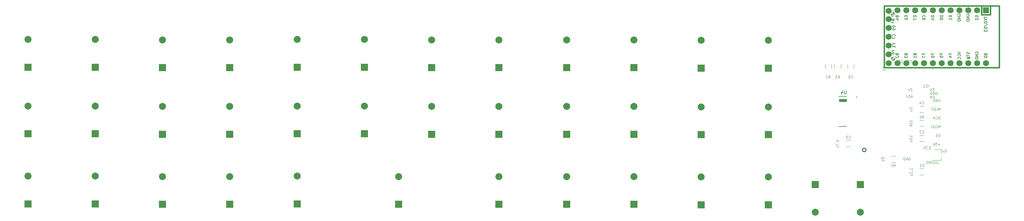
<source format=gbr>
G04 #@! TF.GenerationSoftware,KiCad,Pcbnew,(6.0.7)*
G04 #@! TF.CreationDate,2022-11-03T11:15:43-07:00*
G04 #@! TF.ProjectId,alpha29_pmw3360,616c7068-6132-4395-9f70-6d7733333630,rev?*
G04 #@! TF.SameCoordinates,Original*
G04 #@! TF.FileFunction,Legend,Bot*
G04 #@! TF.FilePolarity,Positive*
%FSLAX46Y46*%
G04 Gerber Fmt 4.6, Leading zero omitted, Abs format (unit mm)*
G04 Created by KiCad (PCBNEW (6.0.7)) date 2022-11-03 11:15:43*
%MOMM*%
%LPD*%
G01*
G04 APERTURE LIST*
%ADD10C,0.300000*%
%ADD11C,0.120000*%
%ADD12C,0.100000*%
%ADD13C,0.150000*%
%ADD14C,0.381000*%
%ADD15C,0.127000*%
%ADD16C,0.200000*%
%ADD17R,2.000000X2.000000*%
%ADD18C,2.000000*%
%ADD19R,1.752600X1.752600*%
%ADD20C,1.752600*%
G04 APERTURE END LIST*
D10*
X325971536Y-150757000D02*
G75*
G03*
X325971536Y-150757000I-521536J0D01*
G01*
D11*
X318260000Y-136077000D02*
X320360000Y-136077000D01*
X320360000Y-136077000D02*
X320360000Y-136877000D01*
X320360000Y-136877000D02*
X318260000Y-136877000D01*
X318260000Y-136877000D02*
X318260000Y-136077000D01*
G36*
X318260000Y-136077000D02*
G01*
X320360000Y-136077000D01*
X320360000Y-136877000D01*
X318260000Y-136877000D01*
X318260000Y-136077000D01*
G37*
D12*
X338570714Y-155937714D02*
X338535000Y-155973428D01*
X338499285Y-156044857D01*
X338499285Y-156223428D01*
X338535000Y-156294857D01*
X338570714Y-156330571D01*
X338642142Y-156366285D01*
X338713571Y-156366285D01*
X338820714Y-156330571D01*
X339249285Y-155902000D01*
X339249285Y-156366285D01*
X339177857Y-156687714D02*
X339213571Y-156723428D01*
X339249285Y-156687714D01*
X339213571Y-156652000D01*
X339177857Y-156687714D01*
X339249285Y-156687714D01*
X338570714Y-157009142D02*
X338535000Y-157044857D01*
X338499285Y-157116285D01*
X338499285Y-157294857D01*
X338535000Y-157366285D01*
X338570714Y-157402000D01*
X338642142Y-157437714D01*
X338713571Y-157437714D01*
X338820714Y-157402000D01*
X339249285Y-156973428D01*
X339249285Y-157437714D01*
X338749285Y-158080571D02*
X339249285Y-158080571D01*
X338749285Y-157759142D02*
X339142142Y-157759142D01*
X339213571Y-157794857D01*
X339249285Y-157866285D01*
X339249285Y-157973428D01*
X339213571Y-158044857D01*
X339177857Y-158080571D01*
X347166571Y-144406285D02*
X347166571Y-143656285D01*
X346916571Y-144192000D01*
X346666571Y-143656285D01*
X346666571Y-144406285D01*
X346166571Y-143656285D02*
X346023714Y-143656285D01*
X345952285Y-143692000D01*
X345880857Y-143763428D01*
X345845142Y-143906285D01*
X345845142Y-144156285D01*
X345880857Y-144299142D01*
X345952285Y-144370571D01*
X346023714Y-144406285D01*
X346166571Y-144406285D01*
X346238000Y-144370571D01*
X346309428Y-144299142D01*
X346345142Y-144156285D01*
X346345142Y-143906285D01*
X346309428Y-143763428D01*
X346238000Y-143692000D01*
X346166571Y-143656285D01*
X345559428Y-144370571D02*
X345452285Y-144406285D01*
X345273714Y-144406285D01*
X345202285Y-144370571D01*
X345166571Y-144334857D01*
X345130857Y-144263428D01*
X345130857Y-144192000D01*
X345166571Y-144120571D01*
X345202285Y-144084857D01*
X345273714Y-144049142D01*
X345416571Y-144013428D01*
X345488000Y-143977714D01*
X345523714Y-143942000D01*
X345559428Y-143870571D01*
X345559428Y-143799142D01*
X345523714Y-143727714D01*
X345488000Y-143692000D01*
X345416571Y-143656285D01*
X345238000Y-143656285D01*
X345130857Y-143692000D01*
X344809428Y-144406285D02*
X344809428Y-143656285D01*
X339149285Y-146994857D02*
X339149285Y-146566285D01*
X339149285Y-146780571D02*
X338399285Y-146780571D01*
X338506428Y-146709142D01*
X338577857Y-146637714D01*
X338613571Y-146566285D01*
X338399285Y-147459142D02*
X338399285Y-147530571D01*
X338435000Y-147602000D01*
X338470714Y-147637714D01*
X338542142Y-147673428D01*
X338685000Y-147709142D01*
X338863571Y-147709142D01*
X339006428Y-147673428D01*
X339077857Y-147637714D01*
X339113571Y-147602000D01*
X339149285Y-147530571D01*
X339149285Y-147459142D01*
X339113571Y-147387714D01*
X339077857Y-147352000D01*
X339006428Y-147316285D01*
X338863571Y-147280571D01*
X338685000Y-147280571D01*
X338542142Y-147316285D01*
X338470714Y-147352000D01*
X338435000Y-147387714D01*
X338399285Y-147459142D01*
X338649285Y-148352000D02*
X339149285Y-148352000D01*
X338649285Y-148030571D02*
X339042142Y-148030571D01*
X339113571Y-148066285D01*
X339149285Y-148137714D01*
X339149285Y-148244857D01*
X339113571Y-148316285D01*
X339077857Y-148352000D01*
X330757714Y-127393500D02*
X330757714Y-127822071D01*
X330757714Y-127607785D02*
X331507714Y-127607785D01*
X331400571Y-127679214D01*
X331329142Y-127750642D01*
X331293428Y-127822071D01*
X331257714Y-126750642D02*
X330757714Y-126750642D01*
X331257714Y-127072071D02*
X330864857Y-127072071D01*
X330793428Y-127036357D01*
X330757714Y-126964928D01*
X330757714Y-126857785D01*
X330793428Y-126786357D01*
X330829142Y-126750642D01*
X347166571Y-149160571D02*
X346595143Y-149160571D01*
X346880857Y-149446285D02*
X346880857Y-148874857D01*
X345880857Y-148696285D02*
X346238000Y-148696285D01*
X346273714Y-149053428D01*
X346238000Y-149017714D01*
X346166571Y-148982000D01*
X345988000Y-148982000D01*
X345916571Y-149017714D01*
X345880857Y-149053428D01*
X345845143Y-149124857D01*
X345845143Y-149303428D01*
X345880857Y-149374857D01*
X345916571Y-149410571D01*
X345988000Y-149446285D01*
X346166571Y-149446285D01*
X346238000Y-149410571D01*
X346273714Y-149374857D01*
X345630857Y-148696285D02*
X345380857Y-149446285D01*
X345130857Y-148696285D01*
X344781428Y-153952000D02*
X344852857Y-153916285D01*
X344960000Y-153916285D01*
X345067142Y-153952000D01*
X345138571Y-154023428D01*
X345174285Y-154094857D01*
X345210000Y-154237714D01*
X345210000Y-154344857D01*
X345174285Y-154487714D01*
X345138571Y-154559142D01*
X345067142Y-154630571D01*
X344960000Y-154666285D01*
X344888571Y-154666285D01*
X344781428Y-154630571D01*
X344745714Y-154594857D01*
X344745714Y-154344857D01*
X344888571Y-154344857D01*
X344424285Y-154666285D02*
X344424285Y-153916285D01*
X343995714Y-154666285D01*
X343995714Y-153916285D01*
X343638571Y-154666285D02*
X343638571Y-153916285D01*
X343460000Y-153916285D01*
X343352857Y-153952000D01*
X343281428Y-154023428D01*
X343245714Y-154094857D01*
X343210000Y-154237714D01*
X343210000Y-154344857D01*
X343245714Y-154487714D01*
X343281428Y-154559142D01*
X343352857Y-154630571D01*
X343460000Y-154666285D01*
X343638571Y-154666285D01*
X348552857Y-150766285D02*
X348910000Y-150766285D01*
X348945714Y-151123428D01*
X348910000Y-151087714D01*
X348838571Y-151052000D01*
X348660000Y-151052000D01*
X348588571Y-151087714D01*
X348552857Y-151123428D01*
X348517142Y-151194857D01*
X348517142Y-151373428D01*
X348552857Y-151444857D01*
X348588571Y-151480571D01*
X348660000Y-151516285D01*
X348838571Y-151516285D01*
X348910000Y-151480571D01*
X348945714Y-151444857D01*
X348302857Y-150766285D02*
X348052857Y-151516285D01*
X347802857Y-150766285D01*
X346773714Y-136132000D02*
X346845143Y-136096285D01*
X346952286Y-136096285D01*
X347059428Y-136132000D01*
X347130857Y-136203428D01*
X347166571Y-136274857D01*
X347202286Y-136417714D01*
X347202286Y-136524857D01*
X347166571Y-136667714D01*
X347130857Y-136739142D01*
X347059428Y-136810571D01*
X346952286Y-136846285D01*
X346880857Y-136846285D01*
X346773714Y-136810571D01*
X346738000Y-136774857D01*
X346738000Y-136524857D01*
X346880857Y-136524857D01*
X346416571Y-136846285D02*
X346416571Y-136096285D01*
X345988000Y-136846285D01*
X345988000Y-136096285D01*
X345630857Y-136846285D02*
X345630857Y-136096285D01*
X345452286Y-136096285D01*
X345345143Y-136132000D01*
X345273714Y-136203428D01*
X345238000Y-136274857D01*
X345202286Y-136417714D01*
X345202286Y-136524857D01*
X345238000Y-136667714D01*
X345273714Y-136739142D01*
X345345143Y-136810571D01*
X345452286Y-136846285D01*
X345630857Y-136846285D01*
X338201428Y-152962000D02*
X338272857Y-152926285D01*
X338380000Y-152926285D01*
X338487142Y-152962000D01*
X338558571Y-153033428D01*
X338594285Y-153104857D01*
X338630000Y-153247714D01*
X338630000Y-153354857D01*
X338594285Y-153497714D01*
X338558571Y-153569142D01*
X338487142Y-153640571D01*
X338380000Y-153676285D01*
X338308571Y-153676285D01*
X338201428Y-153640571D01*
X338165714Y-153604857D01*
X338165714Y-153354857D01*
X338308571Y-153354857D01*
X337844285Y-153676285D02*
X337844285Y-152926285D01*
X337415714Y-153676285D01*
X337415714Y-152926285D01*
X337058571Y-153676285D02*
X337058571Y-152926285D01*
X336880000Y-152926285D01*
X336772857Y-152962000D01*
X336701428Y-153033428D01*
X336665714Y-153104857D01*
X336630000Y-153247714D01*
X336630000Y-153354857D01*
X336665714Y-153497714D01*
X336701428Y-153569142D01*
X336772857Y-153640571D01*
X336880000Y-153676285D01*
X337058571Y-153676285D01*
X339149285Y-142660571D02*
X339149285Y-142232000D01*
X339149285Y-142446285D02*
X338399285Y-142446285D01*
X338506428Y-142374857D01*
X338577857Y-142303428D01*
X338613571Y-142232000D01*
X338399285Y-143124857D02*
X338399285Y-143196285D01*
X338435000Y-143267714D01*
X338470714Y-143303428D01*
X338542142Y-143339142D01*
X338685000Y-143374857D01*
X338863571Y-143374857D01*
X339006428Y-143339142D01*
X339077857Y-143303428D01*
X339113571Y-143267714D01*
X339149285Y-143196285D01*
X339149285Y-143124857D01*
X339113571Y-143053428D01*
X339077857Y-143017714D01*
X339006428Y-142982000D01*
X338863571Y-142946285D01*
X338685000Y-142946285D01*
X338542142Y-142982000D01*
X338470714Y-143017714D01*
X338435000Y-143053428D01*
X338399285Y-143124857D01*
X339149285Y-143696285D02*
X338399285Y-143696285D01*
X338863571Y-143767714D02*
X339149285Y-143982000D01*
X338649285Y-143982000D02*
X338935000Y-143696285D01*
X345513571Y-135473428D02*
X345263571Y-135473428D01*
X345156428Y-135866285D02*
X345513571Y-135866285D01*
X345513571Y-135116285D01*
X345156428Y-135116285D01*
X344835000Y-135866285D02*
X344835000Y-135116285D01*
X344406428Y-135866285D01*
X344406428Y-135116285D01*
X335956428Y-125616285D02*
X336385000Y-125616285D01*
X336170714Y-125616285D02*
X336170714Y-124866285D01*
X336242142Y-124973428D01*
X336313571Y-125044857D01*
X336385000Y-125080571D01*
X335492142Y-124866285D02*
X335420714Y-124866285D01*
X335349285Y-124902000D01*
X335313571Y-124937714D01*
X335277857Y-125009142D01*
X335242142Y-125152000D01*
X335242142Y-125330571D01*
X335277857Y-125473428D01*
X335313571Y-125544857D01*
X335349285Y-125580571D01*
X335420714Y-125616285D01*
X335492142Y-125616285D01*
X335563571Y-125580571D01*
X335599285Y-125544857D01*
X335635000Y-125473428D01*
X335670714Y-125330571D01*
X335670714Y-125152000D01*
X335635000Y-125009142D01*
X335599285Y-124937714D01*
X335563571Y-124902000D01*
X335492142Y-124866285D01*
X334920714Y-125616285D02*
X334920714Y-124866285D01*
X334849285Y-125330571D02*
X334635000Y-125616285D01*
X334635000Y-125116285D02*
X334920714Y-125402000D01*
X345102857Y-133016285D02*
X345460000Y-133016285D01*
X345495714Y-133373428D01*
X345460000Y-133337714D01*
X345388571Y-133302000D01*
X345210000Y-133302000D01*
X345138571Y-133337714D01*
X345102857Y-133373428D01*
X345067142Y-133444857D01*
X345067142Y-133623428D01*
X345102857Y-133694857D01*
X345138571Y-133730571D01*
X345210000Y-133766285D01*
X345388571Y-133766285D01*
X345460000Y-133730571D01*
X345495714Y-133694857D01*
X344852857Y-133016285D02*
X344602857Y-133766285D01*
X344352857Y-133016285D01*
X338606428Y-125616285D02*
X339035000Y-125616285D01*
X338820714Y-125616285D02*
X338820714Y-124866285D01*
X338892142Y-124973428D01*
X338963571Y-125044857D01*
X339035000Y-125080571D01*
X337927857Y-124866285D02*
X338285000Y-124866285D01*
X338320714Y-125223428D01*
X338285000Y-125187714D01*
X338213571Y-125152000D01*
X338035000Y-125152000D01*
X337963571Y-125187714D01*
X337927857Y-125223428D01*
X337892142Y-125294857D01*
X337892142Y-125473428D01*
X337927857Y-125544857D01*
X337963571Y-125580571D01*
X338035000Y-125616285D01*
X338213571Y-125616285D01*
X338285000Y-125580571D01*
X338320714Y-125544857D01*
X337570714Y-125616285D02*
X337570714Y-124866285D01*
X337499285Y-125330571D02*
X337285000Y-125616285D01*
X337285000Y-125116285D02*
X337570714Y-125402000D01*
X339170714Y-133087714D02*
X339135000Y-133052000D01*
X339063571Y-133016285D01*
X338885000Y-133016285D01*
X338813571Y-133052000D01*
X338777857Y-133087714D01*
X338742142Y-133159142D01*
X338742142Y-133230571D01*
X338777857Y-133337714D01*
X339206428Y-133766285D01*
X338742142Y-133766285D01*
X338527857Y-133016285D02*
X338277857Y-133766285D01*
X338027857Y-133016285D01*
X345995714Y-134102000D02*
X346067143Y-134066285D01*
X346174286Y-134066285D01*
X346281428Y-134102000D01*
X346352857Y-134173428D01*
X346388571Y-134244857D01*
X346424286Y-134387714D01*
X346424286Y-134494857D01*
X346388571Y-134637714D01*
X346352857Y-134709142D01*
X346281428Y-134780571D01*
X346174286Y-134816285D01*
X346102857Y-134816285D01*
X345995714Y-134780571D01*
X345960000Y-134744857D01*
X345960000Y-134494857D01*
X346102857Y-134494857D01*
X345638571Y-134816285D02*
X345638571Y-134066285D01*
X345210000Y-134816285D01*
X345210000Y-134066285D01*
X344852857Y-134816285D02*
X344852857Y-134066285D01*
X344674286Y-134066285D01*
X344567143Y-134102000D01*
X344495714Y-134173428D01*
X344460000Y-134244857D01*
X344424286Y-134387714D01*
X344424286Y-134494857D01*
X344460000Y-134637714D01*
X344495714Y-134709142D01*
X344567143Y-134780571D01*
X344674286Y-134816285D01*
X344852857Y-134816285D01*
X347202285Y-146890571D02*
X347095142Y-146926285D01*
X346916571Y-146926285D01*
X346845142Y-146890571D01*
X346809428Y-146854857D01*
X346773714Y-146783428D01*
X346773714Y-146712000D01*
X346809428Y-146640571D01*
X346845142Y-146604857D01*
X346916571Y-146569142D01*
X347059428Y-146533428D01*
X347130857Y-146497714D01*
X347166571Y-146462000D01*
X347202285Y-146390571D01*
X347202285Y-146319142D01*
X347166571Y-146247714D01*
X347130857Y-146212000D01*
X347059428Y-146176285D01*
X346880857Y-146176285D01*
X346773714Y-146212000D01*
X346487999Y-146890571D02*
X346380857Y-146926285D01*
X346202285Y-146926285D01*
X346130857Y-146890571D01*
X346095142Y-146854857D01*
X346059428Y-146783428D01*
X346059428Y-146712000D01*
X346095142Y-146640571D01*
X346130857Y-146604857D01*
X346202285Y-146569142D01*
X346345142Y-146533428D01*
X346416571Y-146497714D01*
X346452285Y-146462000D01*
X346487999Y-146390571D01*
X346487999Y-146319142D01*
X346452285Y-146247714D01*
X346416571Y-146212000D01*
X346345142Y-146176285D01*
X346166571Y-146176285D01*
X346059428Y-146212000D01*
X330449285Y-152719857D02*
X330449285Y-153184142D01*
X330735000Y-152934142D01*
X330735000Y-153041285D01*
X330770714Y-153112714D01*
X330806428Y-153148428D01*
X330877857Y-153184142D01*
X331056428Y-153184142D01*
X331127857Y-153148428D01*
X331163571Y-153112714D01*
X331199285Y-153041285D01*
X331199285Y-152827000D01*
X331163571Y-152755571D01*
X331127857Y-152719857D01*
X331199285Y-153541285D02*
X331199285Y-153684142D01*
X331163571Y-153755571D01*
X331127857Y-153791285D01*
X331020714Y-153862714D01*
X330877857Y-153898428D01*
X330592142Y-153898428D01*
X330520714Y-153862714D01*
X330485000Y-153827000D01*
X330449285Y-153755571D01*
X330449285Y-153612714D01*
X330485000Y-153541285D01*
X330520714Y-153505571D01*
X330592142Y-153469857D01*
X330770714Y-153469857D01*
X330842142Y-153505571D01*
X330877857Y-153541285D01*
X330913571Y-153612714D01*
X330913571Y-153755571D01*
X330877857Y-153827000D01*
X330842142Y-153862714D01*
X330770714Y-153898428D01*
X339149285Y-138932000D02*
X339149285Y-138503428D01*
X339149285Y-138717714D02*
X338399285Y-138717714D01*
X338506428Y-138646285D01*
X338577857Y-138574857D01*
X338613571Y-138503428D01*
X338649285Y-139574857D02*
X339149285Y-139574857D01*
X338649285Y-139253428D02*
X339042142Y-139253428D01*
X339113571Y-139289142D01*
X339149285Y-139360571D01*
X339149285Y-139467714D01*
X339113571Y-139539142D01*
X339077857Y-139574857D01*
X347166571Y-139366285D02*
X347166571Y-138616285D01*
X346916571Y-139152000D01*
X346666571Y-138616285D01*
X346666571Y-139366285D01*
X346309428Y-139366285D02*
X346309428Y-138616285D01*
X345988000Y-139330571D02*
X345880857Y-139366285D01*
X345702285Y-139366285D01*
X345630857Y-139330571D01*
X345595142Y-139294857D01*
X345559428Y-139223428D01*
X345559428Y-139152000D01*
X345595142Y-139080571D01*
X345630857Y-139044857D01*
X345702285Y-139009142D01*
X345845142Y-138973428D01*
X345916571Y-138937714D01*
X345952285Y-138902000D01*
X345988000Y-138830571D01*
X345988000Y-138759142D01*
X345952285Y-138687714D01*
X345916571Y-138652000D01*
X345845142Y-138616285D01*
X345666571Y-138616285D01*
X345559428Y-138652000D01*
X345095142Y-138616285D02*
X344952285Y-138616285D01*
X344880857Y-138652000D01*
X344809428Y-138723428D01*
X344773714Y-138866285D01*
X344773714Y-139116285D01*
X344809428Y-139259142D01*
X344880857Y-139330571D01*
X344952285Y-139366285D01*
X345095142Y-139366285D01*
X345166571Y-139330571D01*
X345238000Y-139259142D01*
X345273714Y-139116285D01*
X345273714Y-138866285D01*
X345238000Y-138723428D01*
X345166571Y-138652000D01*
X345095142Y-138616285D01*
X344617142Y-149716285D02*
X344152857Y-149716285D01*
X344402857Y-150002000D01*
X344295714Y-150002000D01*
X344224285Y-150037714D01*
X344188571Y-150073428D01*
X344152857Y-150144857D01*
X344152857Y-150323428D01*
X344188571Y-150394857D01*
X344224285Y-150430571D01*
X344295714Y-150466285D01*
X344510000Y-150466285D01*
X344581428Y-150430571D01*
X344617142Y-150394857D01*
X343831428Y-150394857D02*
X343795714Y-150430571D01*
X343831428Y-150466285D01*
X343867142Y-150430571D01*
X343831428Y-150394857D01*
X343831428Y-150466285D01*
X343545714Y-149716285D02*
X343081428Y-149716285D01*
X343331428Y-150002000D01*
X343224285Y-150002000D01*
X343152857Y-150037714D01*
X343117142Y-150073428D01*
X343081428Y-150144857D01*
X343081428Y-150323428D01*
X343117142Y-150394857D01*
X343152857Y-150430571D01*
X343224285Y-150466285D01*
X343438571Y-150466285D01*
X343510000Y-150430571D01*
X343545714Y-150394857D01*
X342867142Y-149716285D02*
X342617142Y-150466285D01*
X342367142Y-149716285D01*
X339249285Y-135452000D02*
X338892142Y-135452000D01*
X339320714Y-135666285D02*
X339070714Y-134916285D01*
X338820714Y-135666285D01*
X338570714Y-135666285D02*
X338570714Y-134916285D01*
X338392142Y-134916285D01*
X338285000Y-134952000D01*
X338213571Y-135023428D01*
X338177857Y-135094857D01*
X338142142Y-135237714D01*
X338142142Y-135344857D01*
X338177857Y-135487714D01*
X338213571Y-135559142D01*
X338285000Y-135630571D01*
X338392142Y-135666285D01*
X338570714Y-135666285D01*
X337606428Y-134916285D02*
X337606428Y-135452000D01*
X337642142Y-135559142D01*
X337713571Y-135630571D01*
X337820714Y-135666285D01*
X337892142Y-135666285D01*
X317599285Y-148194857D02*
X318099285Y-148194857D01*
X317313571Y-148016285D02*
X317849285Y-147837714D01*
X317849285Y-148302000D01*
X318027857Y-148587714D02*
X318063571Y-148623428D01*
X318099285Y-148587714D01*
X318063571Y-148552000D01*
X318027857Y-148587714D01*
X318099285Y-148587714D01*
X317349285Y-148873428D02*
X317349285Y-149373428D01*
X318099285Y-149052000D01*
X317599285Y-149980571D02*
X318099285Y-149980571D01*
X317599285Y-149659142D02*
X317992142Y-149659142D01*
X318063571Y-149694857D01*
X318099285Y-149766285D01*
X318099285Y-149873428D01*
X318063571Y-149944857D01*
X318027857Y-149980571D01*
X347202285Y-141850571D02*
X347095142Y-141886285D01*
X346916571Y-141886285D01*
X346845142Y-141850571D01*
X346809428Y-141814857D01*
X346773714Y-141743428D01*
X346773714Y-141672000D01*
X346809428Y-141600571D01*
X346845142Y-141564857D01*
X346916571Y-141529142D01*
X347059428Y-141493428D01*
X347130857Y-141457714D01*
X347166571Y-141422000D01*
X347202285Y-141350571D01*
X347202285Y-141279142D01*
X347166571Y-141207714D01*
X347130857Y-141172000D01*
X347059428Y-141136285D01*
X346880857Y-141136285D01*
X346773714Y-141172000D01*
X346023714Y-141814857D02*
X346059428Y-141850571D01*
X346166571Y-141886285D01*
X346238000Y-141886285D01*
X346345142Y-141850571D01*
X346416571Y-141779142D01*
X346452285Y-141707714D01*
X346488000Y-141564857D01*
X346488000Y-141457714D01*
X346452285Y-141314857D01*
X346416571Y-141243428D01*
X346345142Y-141172000D01*
X346238000Y-141136285D01*
X346166571Y-141136285D01*
X346059428Y-141172000D01*
X346023714Y-141207714D01*
X345702285Y-141886285D02*
X345702285Y-141136285D01*
X345273714Y-141886285D02*
X345595142Y-141457714D01*
X345273714Y-141136285D02*
X345702285Y-141564857D01*
D13*
X339984857Y-123235190D02*
X340022952Y-123349476D01*
X340061047Y-123387571D01*
X340137238Y-123425666D01*
X340251523Y-123425666D01*
X340327714Y-123387571D01*
X340365809Y-123349476D01*
X340403904Y-123273285D01*
X340403904Y-122968523D01*
X339603904Y-122968523D01*
X339603904Y-123235190D01*
X339642000Y-123311380D01*
X339680095Y-123349476D01*
X339756285Y-123387571D01*
X339832476Y-123387571D01*
X339908666Y-123349476D01*
X339946761Y-123311380D01*
X339984857Y-123235190D01*
X339984857Y-122968523D01*
X340403904Y-124187571D02*
X340403904Y-123730428D01*
X340403904Y-123959000D02*
X339603904Y-123959000D01*
X339718190Y-123882809D01*
X339794380Y-123806619D01*
X339832476Y-123730428D01*
X357422000Y-122949476D02*
X357383904Y-122873285D01*
X357383904Y-122759000D01*
X357422000Y-122644714D01*
X357498190Y-122568523D01*
X357574380Y-122530428D01*
X357726761Y-122492333D01*
X357841047Y-122492333D01*
X357993428Y-122530428D01*
X358069619Y-122568523D01*
X358145809Y-122644714D01*
X358183904Y-122759000D01*
X358183904Y-122835190D01*
X358145809Y-122949476D01*
X358107714Y-122987571D01*
X357841047Y-122987571D01*
X357841047Y-122835190D01*
X358183904Y-123330428D02*
X357383904Y-123330428D01*
X358183904Y-123787571D01*
X357383904Y-123787571D01*
X358183904Y-124168523D02*
X357383904Y-124168523D01*
X357383904Y-124359000D01*
X357422000Y-124473285D01*
X357498190Y-124549476D01*
X357574380Y-124587571D01*
X357726761Y-124625666D01*
X357841047Y-124625666D01*
X357993428Y-124587571D01*
X358069619Y-124549476D01*
X358145809Y-124473285D01*
X358183904Y-124359000D01*
X358183904Y-124168523D01*
X333927702Y-124662991D02*
X333833421Y-124615851D01*
X333786280Y-124615851D01*
X333715570Y-124639421D01*
X333644859Y-124710132D01*
X333621289Y-124780842D01*
X333621289Y-124827983D01*
X333644859Y-124898693D01*
X333833421Y-125087255D01*
X334328396Y-124592280D01*
X334163404Y-124427289D01*
X334092693Y-124403719D01*
X334045553Y-124403719D01*
X333974842Y-124427289D01*
X333927702Y-124474429D01*
X333904132Y-124545140D01*
X333904132Y-124592280D01*
X333927702Y-124662991D01*
X334092693Y-124827983D01*
X333621289Y-123885174D02*
X333715570Y-123979455D01*
X333739140Y-124050165D01*
X333739140Y-124097306D01*
X333715570Y-124215157D01*
X333644859Y-124333008D01*
X333456297Y-124521570D01*
X333385587Y-124545140D01*
X333338446Y-124545140D01*
X333267735Y-124521570D01*
X333173455Y-124427289D01*
X333149884Y-124356578D01*
X333149884Y-124309438D01*
X333173455Y-124238727D01*
X333291306Y-124120876D01*
X333362016Y-124097306D01*
X333409157Y-124097306D01*
X333479867Y-124120876D01*
X333574148Y-124215157D01*
X333597719Y-124285867D01*
X333597719Y-124333008D01*
X333574148Y-124403719D01*
X350144857Y-123292333D02*
X350144857Y-123025666D01*
X350563904Y-123025666D02*
X349763904Y-123025666D01*
X349763904Y-123406619D01*
X350030571Y-124054238D02*
X350563904Y-124054238D01*
X349725809Y-123863761D02*
X350297238Y-123673285D01*
X350297238Y-124168523D01*
X333742000Y-113314666D02*
X333775333Y-113414666D01*
X333808666Y-113448000D01*
X333875333Y-113481333D01*
X333975333Y-113481333D01*
X334042000Y-113448000D01*
X334075333Y-113414666D01*
X334108666Y-113348000D01*
X334108666Y-113081333D01*
X333408666Y-113081333D01*
X333408666Y-113314666D01*
X333442000Y-113381333D01*
X333475333Y-113414666D01*
X333542000Y-113448000D01*
X333608666Y-113448000D01*
X333675333Y-113414666D01*
X333708666Y-113381333D01*
X333742000Y-113314666D01*
X333742000Y-113081333D01*
X333408666Y-113714666D02*
X333408666Y-114181333D01*
X334108666Y-113881333D01*
X334904857Y-123235190D02*
X334942952Y-123349476D01*
X334981047Y-123387571D01*
X335057238Y-123425666D01*
X335171523Y-123425666D01*
X335247714Y-123387571D01*
X335285809Y-123349476D01*
X335323904Y-123273285D01*
X335323904Y-122968523D01*
X334523904Y-122968523D01*
X334523904Y-123235190D01*
X334562000Y-123311380D01*
X334600095Y-123349476D01*
X334676285Y-123387571D01*
X334752476Y-123387571D01*
X334828666Y-123349476D01*
X334866761Y-123311380D01*
X334904857Y-123235190D01*
X334904857Y-122968523D01*
X334600095Y-123730428D02*
X334562000Y-123768523D01*
X334523904Y-123844714D01*
X334523904Y-124035190D01*
X334562000Y-124111380D01*
X334600095Y-124149476D01*
X334676285Y-124187571D01*
X334752476Y-124187571D01*
X334866761Y-124149476D01*
X335323904Y-123692333D01*
X335323904Y-124187571D01*
X348023904Y-112046523D02*
X347223904Y-112046523D01*
X347223904Y-112237000D01*
X347262000Y-112351285D01*
X347338190Y-112427476D01*
X347414380Y-112465571D01*
X347566761Y-112503666D01*
X347681047Y-112503666D01*
X347833428Y-112465571D01*
X347909619Y-112427476D01*
X347985809Y-112351285D01*
X348023904Y-112237000D01*
X348023904Y-112046523D01*
X347223904Y-112998904D02*
X347223904Y-113075095D01*
X347262000Y-113151285D01*
X347300095Y-113189380D01*
X347376285Y-113227476D01*
X347528666Y-113265571D01*
X347719142Y-113265571D01*
X347871523Y-113227476D01*
X347947714Y-113189380D01*
X347985809Y-113151285D01*
X348023904Y-113075095D01*
X348023904Y-112998904D01*
X347985809Y-112922714D01*
X347947714Y-112884619D01*
X347871523Y-112846523D01*
X347719142Y-112808428D01*
X347528666Y-112808428D01*
X347376285Y-112846523D01*
X347300095Y-112884619D01*
X347262000Y-112922714D01*
X347223904Y-112998904D01*
X354882000Y-112027476D02*
X354843904Y-111951285D01*
X354843904Y-111837000D01*
X354882000Y-111722714D01*
X354958190Y-111646523D01*
X355034380Y-111608428D01*
X355186761Y-111570333D01*
X355301047Y-111570333D01*
X355453428Y-111608428D01*
X355529619Y-111646523D01*
X355605809Y-111722714D01*
X355643904Y-111837000D01*
X355643904Y-111913190D01*
X355605809Y-112027476D01*
X355567714Y-112065571D01*
X355301047Y-112065571D01*
X355301047Y-111913190D01*
X355643904Y-112408428D02*
X354843904Y-112408428D01*
X355643904Y-112865571D01*
X354843904Y-112865571D01*
X355643904Y-113246523D02*
X354843904Y-113246523D01*
X354843904Y-113437000D01*
X354882000Y-113551285D01*
X354958190Y-113627476D01*
X355034380Y-113665571D01*
X355186761Y-113703666D01*
X355301047Y-113703666D01*
X355453428Y-113665571D01*
X355529619Y-113627476D01*
X355605809Y-113551285D01*
X355643904Y-113437000D01*
X355643904Y-113246523D01*
X340403904Y-112046523D02*
X339603904Y-112046523D01*
X339603904Y-112237000D01*
X339642000Y-112351285D01*
X339718190Y-112427476D01*
X339794380Y-112465571D01*
X339946761Y-112503666D01*
X340061047Y-112503666D01*
X340213428Y-112465571D01*
X340289619Y-112427476D01*
X340365809Y-112351285D01*
X340403904Y-112237000D01*
X340403904Y-112046523D01*
X339603904Y-112770333D02*
X339603904Y-113303666D01*
X340403904Y-112960809D01*
X334904857Y-112313190D02*
X334942952Y-112427476D01*
X334981047Y-112465571D01*
X335057238Y-112503666D01*
X335171523Y-112503666D01*
X335247714Y-112465571D01*
X335285809Y-112427476D01*
X335323904Y-112351285D01*
X335323904Y-112046523D01*
X334523904Y-112046523D01*
X334523904Y-112313190D01*
X334562000Y-112389380D01*
X334600095Y-112427476D01*
X334676285Y-112465571D01*
X334752476Y-112465571D01*
X334828666Y-112427476D01*
X334866761Y-112389380D01*
X334904857Y-112313190D01*
X334904857Y-112046523D01*
X334790571Y-113189380D02*
X335323904Y-113189380D01*
X334485809Y-112998904D02*
X335057238Y-112808428D01*
X335057238Y-113303666D01*
X360304857Y-123235190D02*
X360342952Y-123349476D01*
X360381047Y-123387571D01*
X360457238Y-123425666D01*
X360571523Y-123425666D01*
X360647714Y-123387571D01*
X360685809Y-123349476D01*
X360723904Y-123273285D01*
X360723904Y-122968523D01*
X359923904Y-122968523D01*
X359923904Y-123235190D01*
X359962000Y-123311380D01*
X360000095Y-123349476D01*
X360076285Y-123387571D01*
X360152476Y-123387571D01*
X360228666Y-123349476D01*
X360266761Y-123311380D01*
X360304857Y-123235190D01*
X360304857Y-122968523D01*
X359923904Y-123920904D02*
X359923904Y-123997095D01*
X359962000Y-124073285D01*
X360000095Y-124111380D01*
X360076285Y-124149476D01*
X360228666Y-124187571D01*
X360419142Y-124187571D01*
X360571523Y-124149476D01*
X360647714Y-124111380D01*
X360685809Y-124073285D01*
X360723904Y-123997095D01*
X360723904Y-123920904D01*
X360685809Y-123844714D01*
X360647714Y-123806619D01*
X360571523Y-123768523D01*
X360419142Y-123730428D01*
X360228666Y-123730428D01*
X360076285Y-123768523D01*
X360000095Y-123806619D01*
X359962000Y-123844714D01*
X359923904Y-123920904D01*
X355625809Y-122604666D02*
X355663904Y-122718952D01*
X355663904Y-122909428D01*
X355625809Y-122985619D01*
X355587714Y-123023714D01*
X355511523Y-123061809D01*
X355435333Y-123061809D01*
X355359142Y-123023714D01*
X355321047Y-122985619D01*
X355282952Y-122909428D01*
X355244857Y-122757047D01*
X355206761Y-122680857D01*
X355168666Y-122642761D01*
X355092476Y-122604666D01*
X355016285Y-122604666D01*
X354940095Y-122642761D01*
X354902000Y-122680857D01*
X354863904Y-122757047D01*
X354863904Y-122947523D01*
X354902000Y-123061809D01*
X354863904Y-123290380D02*
X354863904Y-123747523D01*
X355663904Y-123518952D02*
X354863904Y-123518952D01*
X333856991Y-111462297D02*
X333809851Y-111556578D01*
X333809851Y-111603719D01*
X333833421Y-111674429D01*
X333904132Y-111745140D01*
X333974842Y-111768710D01*
X334021983Y-111768710D01*
X334092693Y-111745140D01*
X334281255Y-111556578D01*
X333786280Y-111061603D01*
X333621289Y-111226595D01*
X333597719Y-111297306D01*
X333597719Y-111344446D01*
X333621289Y-111415157D01*
X333668429Y-111462297D01*
X333739140Y-111485867D01*
X333786280Y-111485867D01*
X333856991Y-111462297D01*
X334021983Y-111297306D01*
X333055603Y-111792280D02*
X333291306Y-111556578D01*
X333550578Y-111768710D01*
X333503438Y-111768710D01*
X333432727Y-111792280D01*
X333314876Y-111910132D01*
X333291306Y-111980842D01*
X333291306Y-112027983D01*
X333314876Y-112098693D01*
X333432727Y-112216544D01*
X333503438Y-112240115D01*
X333550578Y-112240115D01*
X333621289Y-112216544D01*
X333739140Y-112098693D01*
X333762710Y-112027983D01*
X333762710Y-111980842D01*
X337444857Y-112084619D02*
X337444857Y-112351285D01*
X337863904Y-112465571D02*
X337863904Y-112084619D01*
X337063904Y-112084619D01*
X337063904Y-112465571D01*
X337063904Y-113151285D02*
X337063904Y-112998904D01*
X337102000Y-112922714D01*
X337140095Y-112884619D01*
X337254380Y-112808428D01*
X337406761Y-112770333D01*
X337711523Y-112770333D01*
X337787714Y-112808428D01*
X337825809Y-112846523D01*
X337863904Y-112922714D01*
X337863904Y-113075095D01*
X337825809Y-113151285D01*
X337787714Y-113189380D01*
X337711523Y-113227476D01*
X337521047Y-113227476D01*
X337444857Y-113189380D01*
X337406761Y-113151285D01*
X337368666Y-113075095D01*
X337368666Y-112922714D01*
X337406761Y-112846523D01*
X337444857Y-112808428D01*
X337521047Y-112770333D01*
X333934857Y-120371333D02*
X333934857Y-120104666D01*
X334353904Y-120104666D02*
X333553904Y-120104666D01*
X333553904Y-120485619D01*
X334353904Y-121209428D02*
X334353904Y-120752285D01*
X334353904Y-120980857D02*
X333553904Y-120980857D01*
X333668190Y-120904666D01*
X333744380Y-120828476D01*
X333782476Y-120752285D01*
X350563904Y-112046523D02*
X349763904Y-112046523D01*
X349763904Y-112237000D01*
X349802000Y-112351285D01*
X349878190Y-112427476D01*
X349954380Y-112465571D01*
X350106761Y-112503666D01*
X350221047Y-112503666D01*
X350373428Y-112465571D01*
X350449619Y-112427476D01*
X350525809Y-112351285D01*
X350563904Y-112237000D01*
X350563904Y-112046523D01*
X350563904Y-113265571D02*
X350563904Y-112808428D01*
X350563904Y-113037000D02*
X349763904Y-113037000D01*
X349878190Y-112960809D01*
X349954380Y-112884619D01*
X349992476Y-112808428D01*
X352342000Y-112027476D02*
X352303904Y-111951285D01*
X352303904Y-111837000D01*
X352342000Y-111722714D01*
X352418190Y-111646523D01*
X352494380Y-111608428D01*
X352646761Y-111570333D01*
X352761047Y-111570333D01*
X352913428Y-111608428D01*
X352989619Y-111646523D01*
X353065809Y-111722714D01*
X353103904Y-111837000D01*
X353103904Y-111913190D01*
X353065809Y-112027476D01*
X353027714Y-112065571D01*
X352761047Y-112065571D01*
X352761047Y-111913190D01*
X353103904Y-112408428D02*
X352303904Y-112408428D01*
X353103904Y-112865571D01*
X352303904Y-112865571D01*
X353103904Y-113246523D02*
X352303904Y-113246523D01*
X352303904Y-113437000D01*
X352342000Y-113551285D01*
X352418190Y-113627476D01*
X352494380Y-113665571D01*
X352646761Y-113703666D01*
X352761047Y-113703666D01*
X352913428Y-113665571D01*
X352989619Y-113627476D01*
X353065809Y-113551285D01*
X353103904Y-113437000D01*
X353103904Y-113246523D01*
X342867714Y-112503666D02*
X342905809Y-112465571D01*
X342943904Y-112351285D01*
X342943904Y-112275095D01*
X342905809Y-112160809D01*
X342829619Y-112084619D01*
X342753428Y-112046523D01*
X342601047Y-112008428D01*
X342486761Y-112008428D01*
X342334380Y-112046523D01*
X342258190Y-112084619D01*
X342182000Y-112160809D01*
X342143904Y-112275095D01*
X342143904Y-112351285D01*
X342182000Y-112465571D01*
X342220095Y-112503666D01*
X342143904Y-113189380D02*
X342143904Y-113037000D01*
X342182000Y-112960809D01*
X342220095Y-112922714D01*
X342334380Y-112846523D01*
X342486761Y-112808428D01*
X342791523Y-112808428D01*
X342867714Y-112846523D01*
X342905809Y-112884619D01*
X342943904Y-112960809D01*
X342943904Y-113113190D01*
X342905809Y-113189380D01*
X342867714Y-113227476D01*
X342791523Y-113265571D01*
X342601047Y-113265571D01*
X342524857Y-113227476D01*
X342486761Y-113189380D01*
X342448666Y-113113190D01*
X342448666Y-112960809D01*
X342486761Y-112884619D01*
X342524857Y-112846523D01*
X342601047Y-112808428D01*
X345483904Y-112046523D02*
X344683904Y-112046523D01*
X344683904Y-112237000D01*
X344722000Y-112351285D01*
X344798190Y-112427476D01*
X344874380Y-112465571D01*
X345026761Y-112503666D01*
X345141047Y-112503666D01*
X345293428Y-112465571D01*
X345369619Y-112427476D01*
X345445809Y-112351285D01*
X345483904Y-112237000D01*
X345483904Y-112046523D01*
X344950571Y-113189380D02*
X345483904Y-113189380D01*
X344645809Y-112998904D02*
X345217238Y-112808428D01*
X345217238Y-113303666D01*
X334353904Y-114967523D02*
X333553904Y-114967523D01*
X333553904Y-115158000D01*
X333592000Y-115272285D01*
X333668190Y-115348476D01*
X333744380Y-115386571D01*
X333896761Y-115424666D01*
X334011047Y-115424666D01*
X334163428Y-115386571D01*
X334239619Y-115348476D01*
X334315809Y-115272285D01*
X334353904Y-115158000D01*
X334353904Y-114967523D01*
X333553904Y-116148476D02*
X333553904Y-115767523D01*
X333934857Y-115729428D01*
X333896761Y-115767523D01*
X333858666Y-115843714D01*
X333858666Y-116034190D01*
X333896761Y-116110380D01*
X333934857Y-116148476D01*
X334011047Y-116186571D01*
X334201523Y-116186571D01*
X334277714Y-116148476D01*
X334315809Y-116110380D01*
X334353904Y-116034190D01*
X334353904Y-115843714D01*
X334315809Y-115767523D01*
X334277714Y-115729428D01*
X352303904Y-122492333D02*
X353103904Y-122759000D01*
X352303904Y-123025666D01*
X353027714Y-123749476D02*
X353065809Y-123711380D01*
X353103904Y-123597095D01*
X353103904Y-123520904D01*
X353065809Y-123406619D01*
X352989619Y-123330428D01*
X352913428Y-123292333D01*
X352761047Y-123254238D01*
X352646761Y-123254238D01*
X352494380Y-123292333D01*
X352418190Y-123330428D01*
X352342000Y-123406619D01*
X352303904Y-123520904D01*
X352303904Y-123597095D01*
X352342000Y-123711380D01*
X352380095Y-123749476D01*
X353027714Y-124549476D02*
X353065809Y-124511380D01*
X353103904Y-124397095D01*
X353103904Y-124320904D01*
X353065809Y-124206619D01*
X352989619Y-124130428D01*
X352913428Y-124092333D01*
X352761047Y-124054238D01*
X352646761Y-124054238D01*
X352494380Y-124092333D01*
X352418190Y-124130428D01*
X352342000Y-124206619D01*
X352303904Y-124320904D01*
X352303904Y-124397095D01*
X352342000Y-124511380D01*
X352380095Y-124549476D01*
X334277714Y-117964666D02*
X334315809Y-117926571D01*
X334353904Y-117812285D01*
X334353904Y-117736095D01*
X334315809Y-117621809D01*
X334239619Y-117545619D01*
X334163428Y-117507523D01*
X334011047Y-117469428D01*
X333896761Y-117469428D01*
X333744380Y-117507523D01*
X333668190Y-117545619D01*
X333592000Y-117621809D01*
X333553904Y-117736095D01*
X333553904Y-117812285D01*
X333592000Y-117926571D01*
X333630095Y-117964666D01*
X333553904Y-118231333D02*
X333553904Y-118764666D01*
X334353904Y-118421809D01*
X333742000Y-122364666D02*
X333742000Y-122131333D01*
X334108666Y-122131333D02*
X333408666Y-122131333D01*
X333408666Y-122464666D01*
X333408666Y-122864666D02*
X333408666Y-122931333D01*
X333442000Y-122998000D01*
X333475333Y-123031333D01*
X333542000Y-123064666D01*
X333675333Y-123098000D01*
X333842000Y-123098000D01*
X333975333Y-123064666D01*
X334042000Y-123031333D01*
X334075333Y-122998000D01*
X334108666Y-122931333D01*
X334108666Y-122864666D01*
X334075333Y-122798000D01*
X334042000Y-122764666D01*
X333975333Y-122731333D01*
X333842000Y-122698000D01*
X333675333Y-122698000D01*
X333542000Y-122731333D01*
X333475333Y-122764666D01*
X333442000Y-122798000D01*
X333408666Y-122864666D01*
X358183904Y-112046523D02*
X357383904Y-112046523D01*
X357383904Y-112237000D01*
X357422000Y-112351285D01*
X357498190Y-112427476D01*
X357574380Y-112465571D01*
X357726761Y-112503666D01*
X357841047Y-112503666D01*
X357993428Y-112465571D01*
X358069619Y-112427476D01*
X358145809Y-112351285D01*
X358183904Y-112237000D01*
X358183904Y-112046523D01*
X357460095Y-112808428D02*
X357422000Y-112846523D01*
X357383904Y-112922714D01*
X357383904Y-113113190D01*
X357422000Y-113189380D01*
X357460095Y-113227476D01*
X357536285Y-113265571D01*
X357612476Y-113265571D01*
X357726761Y-113227476D01*
X358183904Y-112770333D01*
X358183904Y-113265571D01*
X342524857Y-123292333D02*
X342524857Y-123025666D01*
X342943904Y-123025666D02*
X342143904Y-123025666D01*
X342143904Y-123406619D01*
X342143904Y-123635190D02*
X342143904Y-124168523D01*
X342943904Y-123825666D01*
X345064857Y-123292333D02*
X345064857Y-123025666D01*
X345483904Y-123025666D02*
X344683904Y-123025666D01*
X344683904Y-123406619D01*
X344683904Y-124054238D02*
X344683904Y-123901857D01*
X344722000Y-123825666D01*
X344760095Y-123787571D01*
X344874380Y-123711380D01*
X345026761Y-123673285D01*
X345331523Y-123673285D01*
X345407714Y-123711380D01*
X345445809Y-123749476D01*
X345483904Y-123825666D01*
X345483904Y-123978047D01*
X345445809Y-124054238D01*
X345407714Y-124092333D01*
X345331523Y-124130428D01*
X345141047Y-124130428D01*
X345064857Y-124092333D01*
X345026761Y-124054238D01*
X344988666Y-123978047D01*
X344988666Y-123825666D01*
X345026761Y-123749476D01*
X345064857Y-123711380D01*
X345141047Y-123673285D01*
X337444857Y-123235190D02*
X337482952Y-123349476D01*
X337521047Y-123387571D01*
X337597238Y-123425666D01*
X337711523Y-123425666D01*
X337787714Y-123387571D01*
X337825809Y-123349476D01*
X337863904Y-123273285D01*
X337863904Y-122968523D01*
X337063904Y-122968523D01*
X337063904Y-123235190D01*
X337102000Y-123311380D01*
X337140095Y-123349476D01*
X337216285Y-123387571D01*
X337292476Y-123387571D01*
X337368666Y-123349476D01*
X337406761Y-123311380D01*
X337444857Y-123235190D01*
X337444857Y-122968523D01*
X337063904Y-123692333D02*
X337063904Y-124187571D01*
X337368666Y-123920904D01*
X337368666Y-124035190D01*
X337406761Y-124111380D01*
X337444857Y-124149476D01*
X337521047Y-124187571D01*
X337711523Y-124187571D01*
X337787714Y-124149476D01*
X337825809Y-124111380D01*
X337863904Y-124035190D01*
X337863904Y-123806619D01*
X337825809Y-123730428D01*
X337787714Y-123692333D01*
X347604857Y-123292333D02*
X347604857Y-123025666D01*
X348023904Y-123025666D02*
X347223904Y-123025666D01*
X347223904Y-123406619D01*
X347223904Y-124092333D02*
X347223904Y-123711380D01*
X347604857Y-123673285D01*
X347566761Y-123711380D01*
X347528666Y-123787571D01*
X347528666Y-123978047D01*
X347566761Y-124054238D01*
X347604857Y-124092333D01*
X347681047Y-124130428D01*
X347871523Y-124130428D01*
X347947714Y-124092333D01*
X347985809Y-124054238D01*
X348023904Y-123978047D01*
X348023904Y-123787571D01*
X347985809Y-123711380D01*
X347947714Y-123673285D01*
X359923904Y-112335651D02*
X359923904Y-112792794D01*
X360723904Y-112564223D02*
X359923904Y-112564223D01*
X359923904Y-112983270D02*
X360723904Y-113516604D01*
X359923904Y-113516604D02*
X360723904Y-112983270D01*
X359923904Y-113973747D02*
X359923904Y-114049937D01*
X359962000Y-114126128D01*
X360000095Y-114164223D01*
X360076285Y-114202318D01*
X360228666Y-114240413D01*
X360419142Y-114240413D01*
X360571523Y-114202318D01*
X360647714Y-114164223D01*
X360685809Y-114126128D01*
X360723904Y-114049937D01*
X360723904Y-113973747D01*
X360685809Y-113897556D01*
X360647714Y-113859461D01*
X360571523Y-113821366D01*
X360419142Y-113783270D01*
X360228666Y-113783270D01*
X360076285Y-113821366D01*
X360000095Y-113859461D01*
X359962000Y-113897556D01*
X359923904Y-113973747D01*
X359885809Y-115154699D02*
X360914380Y-114468985D01*
X360723904Y-115421366D02*
X359923904Y-115421366D01*
X359923904Y-115611842D01*
X359962000Y-115726128D01*
X360038190Y-115802318D01*
X360114380Y-115840413D01*
X360266761Y-115878508D01*
X360381047Y-115878508D01*
X360533428Y-115840413D01*
X360609619Y-115802318D01*
X360685809Y-115726128D01*
X360723904Y-115611842D01*
X360723904Y-115421366D01*
X359923904Y-116145175D02*
X359923904Y-116640413D01*
X360228666Y-116373747D01*
X360228666Y-116488032D01*
X360266761Y-116564223D01*
X360304857Y-116602318D01*
X360381047Y-116640413D01*
X360571523Y-116640413D01*
X360647714Y-116602318D01*
X360685809Y-116564223D01*
X360723904Y-116488032D01*
X360723904Y-116259461D01*
X360685809Y-116183270D01*
X360647714Y-116145175D01*
D12*
X342045000Y-141632285D02*
X342295000Y-141275142D01*
X342473571Y-141632285D02*
X342473571Y-140882285D01*
X342187857Y-140882285D01*
X342116428Y-140918000D01*
X342080714Y-140953714D01*
X342045000Y-141025142D01*
X342045000Y-141132285D01*
X342080714Y-141203714D01*
X342116428Y-141239428D01*
X342187857Y-141275142D01*
X342473571Y-141275142D01*
X341330714Y-141632285D02*
X341759285Y-141632285D01*
X341545000Y-141632285D02*
X341545000Y-140882285D01*
X341616428Y-140989428D01*
X341687857Y-141060857D01*
X341759285Y-141096571D01*
D13*
X320396904Y-133644380D02*
X320396904Y-134453904D01*
X320349285Y-134549142D01*
X320301666Y-134596761D01*
X320206428Y-134644380D01*
X320015952Y-134644380D01*
X319920714Y-134596761D01*
X319873095Y-134549142D01*
X319825476Y-134453904D01*
X319825476Y-133644380D01*
X318920714Y-133977714D02*
X318920714Y-134644380D01*
X319158809Y-133596761D02*
X319396904Y-134311047D01*
X318777857Y-134311047D01*
D12*
X320963000Y-147360857D02*
X320998714Y-147396571D01*
X321105857Y-147432285D01*
X321177285Y-147432285D01*
X321284428Y-147396571D01*
X321355857Y-147325142D01*
X321391571Y-147253714D01*
X321427285Y-147110857D01*
X321427285Y-147003714D01*
X321391571Y-146860857D01*
X321355857Y-146789428D01*
X321284428Y-146718000D01*
X321177285Y-146682285D01*
X321105857Y-146682285D01*
X320998714Y-146718000D01*
X320963000Y-146753714D01*
X320713000Y-146682285D02*
X320248714Y-146682285D01*
X320498714Y-146968000D01*
X320391571Y-146968000D01*
X320320142Y-147003714D01*
X320284428Y-147039428D01*
X320248714Y-147110857D01*
X320248714Y-147289428D01*
X320284428Y-147360857D01*
X320320142Y-147396571D01*
X320391571Y-147432285D01*
X320605857Y-147432285D01*
X320677285Y-147396571D01*
X320713000Y-147360857D01*
X346631428Y-153966285D02*
X346631428Y-154573428D01*
X346595714Y-154644857D01*
X346560000Y-154680571D01*
X346488571Y-154716285D01*
X346345714Y-154716285D01*
X346274285Y-154680571D01*
X346238571Y-154644857D01*
X346202857Y-154573428D01*
X346202857Y-153966285D01*
X345452857Y-154716285D02*
X345881428Y-154716285D01*
X345667142Y-154716285D02*
X345667142Y-153966285D01*
X345738571Y-154073428D01*
X345810000Y-154144857D01*
X345881428Y-154180571D01*
X342045000Y-155488857D02*
X342080714Y-155524571D01*
X342187857Y-155560285D01*
X342259285Y-155560285D01*
X342366428Y-155524571D01*
X342437857Y-155453142D01*
X342473571Y-155381714D01*
X342509285Y-155238857D01*
X342509285Y-155131714D01*
X342473571Y-154988857D01*
X342437857Y-154917428D01*
X342366428Y-154846000D01*
X342259285Y-154810285D01*
X342187857Y-154810285D01*
X342080714Y-154846000D01*
X342045000Y-154881714D01*
X341330714Y-155560285D02*
X341759285Y-155560285D01*
X341545000Y-155560285D02*
X341545000Y-154810285D01*
X341616428Y-154917428D01*
X341687857Y-154988857D01*
X341759285Y-155024571D01*
X343892142Y-132716285D02*
X343892142Y-131966285D01*
X343106428Y-132644857D02*
X343142142Y-132680571D01*
X343249285Y-132716285D01*
X343320714Y-132716285D01*
X343427857Y-132680571D01*
X343499285Y-132609142D01*
X343535000Y-132537714D01*
X343570714Y-132394857D01*
X343570714Y-132287714D01*
X343535000Y-132144857D01*
X343499285Y-132073428D01*
X343427857Y-132002000D01*
X343320714Y-131966285D01*
X343249285Y-131966285D01*
X343142142Y-132002000D01*
X343106428Y-132037714D01*
X342392142Y-132716285D02*
X342820714Y-132716285D01*
X342606428Y-132716285D02*
X342606428Y-131966285D01*
X342677857Y-132073428D01*
X342749285Y-132144857D01*
X342820714Y-132180571D01*
X342045000Y-137454857D02*
X342080714Y-137490571D01*
X342187857Y-137526285D01*
X342259285Y-137526285D01*
X342366428Y-137490571D01*
X342437857Y-137419142D01*
X342473571Y-137347714D01*
X342509285Y-137204857D01*
X342509285Y-137097714D01*
X342473571Y-136954857D01*
X342437857Y-136883428D01*
X342366428Y-136812000D01*
X342259285Y-136776285D01*
X342187857Y-136776285D01*
X342080714Y-136812000D01*
X342045000Y-136847714D01*
X341402142Y-137026285D02*
X341402142Y-137526285D01*
X341580714Y-136740571D02*
X341759285Y-137276285D01*
X341295000Y-137276285D01*
X317925000Y-130103785D02*
X318175000Y-129746642D01*
X318353571Y-130103785D02*
X318353571Y-129353785D01*
X318067857Y-129353785D01*
X317996428Y-129389500D01*
X317960714Y-129425214D01*
X317925000Y-129496642D01*
X317925000Y-129603785D01*
X317960714Y-129675214D01*
X317996428Y-129710928D01*
X318067857Y-129746642D01*
X318353571Y-129746642D01*
X317675000Y-129353785D02*
X317210714Y-129353785D01*
X317460714Y-129639500D01*
X317353571Y-129639500D01*
X317282142Y-129675214D01*
X317246428Y-129710928D01*
X317210714Y-129782357D01*
X317210714Y-129960928D01*
X317246428Y-130032357D01*
X317282142Y-130068071D01*
X317353571Y-130103785D01*
X317567857Y-130103785D01*
X317639285Y-130068071D01*
X317675000Y-130032357D01*
X321625000Y-130032357D02*
X321660714Y-130068071D01*
X321767857Y-130103785D01*
X321839285Y-130103785D01*
X321946428Y-130068071D01*
X322017857Y-129996642D01*
X322053571Y-129925214D01*
X322089285Y-129782357D01*
X322089285Y-129675214D01*
X322053571Y-129532357D01*
X322017857Y-129460928D01*
X321946428Y-129389500D01*
X321839285Y-129353785D01*
X321767857Y-129353785D01*
X321660714Y-129389500D01*
X321625000Y-129425214D01*
X320946428Y-129353785D02*
X321303571Y-129353785D01*
X321339285Y-129710928D01*
X321303571Y-129675214D01*
X321232142Y-129639500D01*
X321053571Y-129639500D01*
X320982142Y-129675214D01*
X320946428Y-129710928D01*
X320910714Y-129782357D01*
X320910714Y-129960928D01*
X320946428Y-130032357D01*
X320982142Y-130068071D01*
X321053571Y-130103785D01*
X321232142Y-130103785D01*
X321303571Y-130068071D01*
X321339285Y-130032357D01*
X315225000Y-130103785D02*
X315475000Y-129746642D01*
X315653571Y-130103785D02*
X315653571Y-129353785D01*
X315367857Y-129353785D01*
X315296428Y-129389500D01*
X315260714Y-129425214D01*
X315225000Y-129496642D01*
X315225000Y-129603785D01*
X315260714Y-129675214D01*
X315296428Y-129710928D01*
X315367857Y-129746642D01*
X315653571Y-129746642D01*
X314939285Y-129425214D02*
X314903571Y-129389500D01*
X314832142Y-129353785D01*
X314653571Y-129353785D01*
X314582142Y-129389500D01*
X314546428Y-129425214D01*
X314510714Y-129496642D01*
X314510714Y-129568071D01*
X314546428Y-129675214D01*
X314975000Y-130103785D01*
X314510714Y-130103785D01*
X342045000Y-145836857D02*
X342080714Y-145872571D01*
X342187857Y-145908285D01*
X342259285Y-145908285D01*
X342366428Y-145872571D01*
X342437857Y-145801142D01*
X342473571Y-145729714D01*
X342509285Y-145586857D01*
X342509285Y-145479714D01*
X342473571Y-145336857D01*
X342437857Y-145265428D01*
X342366428Y-145194000D01*
X342259285Y-145158285D01*
X342187857Y-145158285D01*
X342080714Y-145194000D01*
X342045000Y-145229714D01*
X341759285Y-145229714D02*
X341723571Y-145194000D01*
X341652142Y-145158285D01*
X341473571Y-145158285D01*
X341402142Y-145194000D01*
X341366428Y-145229714D01*
X341330714Y-145301142D01*
X341330714Y-145372571D01*
X341366428Y-145479714D01*
X341795000Y-145908285D01*
X341330714Y-145908285D01*
X333935000Y-155586285D02*
X334185000Y-155229142D01*
X334363571Y-155586285D02*
X334363571Y-154836285D01*
X334077857Y-154836285D01*
X334006428Y-154872000D01*
X333970714Y-154907714D01*
X333935000Y-154979142D01*
X333935000Y-155086285D01*
X333970714Y-155157714D01*
X334006428Y-155193428D01*
X334077857Y-155229142D01*
X334363571Y-155229142D01*
X333292142Y-155086285D02*
X333292142Y-155586285D01*
X333470714Y-154800571D02*
X333649285Y-155336285D01*
X333185000Y-155336285D01*
D14*
X361632000Y-111748000D02*
X361632000Y-109208000D01*
X331152000Y-109208000D02*
X331152000Y-126988000D01*
X364172000Y-126988000D02*
X364172000Y-109208000D01*
X364172000Y-109208000D02*
X331152000Y-109208000D01*
X359092000Y-111748000D02*
X359092000Y-109208000D01*
X331152000Y-126988000D02*
X364172000Y-126988000D01*
X361632000Y-111748000D02*
X359092000Y-111748000D01*
G36*
X355742970Y-124442635D02*
G01*
X355642970Y-124442635D01*
X355642970Y-123942635D01*
X355742970Y-123942635D01*
X355742970Y-124442635D01*
G37*
D13*
X355742970Y-124442635D02*
X355642970Y-124442635D01*
X355642970Y-123942635D01*
X355742970Y-123942635D01*
X355742970Y-124442635D01*
G36*
X355142970Y-124042635D02*
G01*
X354942970Y-124042635D01*
X354942970Y-123942635D01*
X355142970Y-123942635D01*
X355142970Y-124042635D01*
G37*
X355142970Y-124042635D02*
X354942970Y-124042635D01*
X354942970Y-123942635D01*
X355142970Y-123942635D01*
X355142970Y-124042635D01*
G36*
X355742970Y-124442635D02*
G01*
X354942970Y-124442635D01*
X354942970Y-124342635D01*
X355742970Y-124342635D01*
X355742970Y-124442635D01*
G37*
X355742970Y-124442635D02*
X354942970Y-124442635D01*
X354942970Y-124342635D01*
X355742970Y-124342635D01*
X355742970Y-124442635D01*
G36*
X355342970Y-124242635D02*
G01*
X355242970Y-124242635D01*
X355242970Y-124142635D01*
X355342970Y-124142635D01*
X355342970Y-124242635D01*
G37*
X355342970Y-124242635D02*
X355242970Y-124242635D01*
X355242970Y-124142635D01*
X355342970Y-124142635D01*
X355342970Y-124242635D01*
G36*
X355742970Y-124042635D02*
G01*
X355442970Y-124042635D01*
X355442970Y-123942635D01*
X355742970Y-123942635D01*
X355742970Y-124042635D01*
G37*
X355742970Y-124042635D02*
X355442970Y-124042635D01*
X355442970Y-123942635D01*
X355742970Y-123942635D01*
X355742970Y-124042635D01*
D11*
X341317936Y-143981000D02*
X342522064Y-143981000D01*
X341317936Y-142161000D02*
X342522064Y-142161000D01*
D15*
X320380000Y-143952000D02*
X318040000Y-143952000D01*
X320380000Y-135302000D02*
X318040000Y-135302000D01*
D16*
X323360000Y-135527000D02*
G75*
G03*
X323360000Y-135527000I-100000J0D01*
G01*
D11*
X321440064Y-148003000D02*
X320235936Y-148003000D01*
X321440064Y-149823000D02*
X320235936Y-149823000D01*
X347510000Y-151727000D02*
X347510000Y-150677000D01*
X347510000Y-150677000D02*
X345660000Y-150677000D01*
X347490000Y-153737000D02*
X345060000Y-153737000D01*
X347510000Y-153727000D02*
X347510000Y-152727000D01*
X342522064Y-157951000D02*
X341317936Y-157951000D01*
X342522064Y-156131000D02*
X341317936Y-156131000D01*
X342522064Y-139917000D02*
X341317936Y-139917000D01*
X342522064Y-138097000D02*
X341317936Y-138097000D01*
X316890000Y-126112436D02*
X316890000Y-127316564D01*
X318710000Y-126112436D02*
X318710000Y-127316564D01*
X322510000Y-127366564D02*
X322510000Y-126162436D01*
X320690000Y-127366564D02*
X320690000Y-126162436D01*
X316060000Y-127316564D02*
X316060000Y-126112436D01*
X314240000Y-127316564D02*
X314240000Y-126112436D01*
X342522064Y-148299000D02*
X341317936Y-148299000D01*
X342522064Y-146479000D02*
X341317936Y-146479000D01*
X333207936Y-154337000D02*
X334412064Y-154337000D01*
X333207936Y-152517000D02*
X334412064Y-152517000D01*
D17*
X259270000Y-146228000D03*
D18*
X259270000Y-138228000D03*
D17*
X239966000Y-127051000D03*
D18*
X239966000Y-119051000D03*
D17*
X278574000Y-127178000D03*
D18*
X278574000Y-119178000D03*
D17*
X104584000Y-126924000D03*
D18*
X104584000Y-118924000D03*
D17*
X181927000Y-126924000D03*
D18*
X181927000Y-118924000D03*
D17*
X239966000Y-166421000D03*
D18*
X239966000Y-158421000D03*
D17*
X162623000Y-166294000D03*
D18*
X162623000Y-158294000D03*
D17*
X143192000Y-146228000D03*
D18*
X143192000Y-138228000D03*
D17*
X259270000Y-127051000D03*
D18*
X259270000Y-119051000D03*
D17*
X259270000Y-166421000D03*
D18*
X259270000Y-158421000D03*
D17*
X220535000Y-166421000D03*
D18*
X220535000Y-158421000D03*
D17*
X143192000Y-127051000D03*
D18*
X143192000Y-119051000D03*
D17*
X201231000Y-146228000D03*
D18*
X201231000Y-138228000D03*
D17*
X201231000Y-127051000D03*
D18*
X201231000Y-119051000D03*
D17*
X85280000Y-146101000D03*
D18*
X85280000Y-138101000D03*
D17*
X104584000Y-146101000D03*
D18*
X104584000Y-138101000D03*
D17*
X123888000Y-146228000D03*
D18*
X123888000Y-138228000D03*
D17*
X181927000Y-146101000D03*
D18*
X181927000Y-138101000D03*
D17*
X220535000Y-146228000D03*
D18*
X220535000Y-138228000D03*
D19*
X360362000Y-110478000D03*
D20*
X357822000Y-110478000D03*
X355282000Y-110478000D03*
X352742000Y-110478000D03*
X350202000Y-110478000D03*
X347662000Y-110478000D03*
X345122000Y-110478000D03*
X342582000Y-110478000D03*
X340042000Y-110478000D03*
X337502000Y-110478000D03*
X334962000Y-110478000D03*
X332422000Y-110706600D03*
X332422000Y-125718000D03*
X334962000Y-125718000D03*
X337502000Y-125718000D03*
X340042000Y-125718000D03*
X342582000Y-125718000D03*
X345122000Y-125718000D03*
X347662000Y-125718000D03*
X350202000Y-125718000D03*
X352742000Y-125718000D03*
X355282000Y-125718000D03*
X357822000Y-125718000D03*
X360362000Y-125718000D03*
X332422000Y-113018000D03*
X332422000Y-115558000D03*
X332422000Y-118098000D03*
X332422000Y-120638000D03*
X332422000Y-123178000D03*
D17*
X278574000Y-166548000D03*
D18*
X278574000Y-158548000D03*
D17*
X162623000Y-126924000D03*
D18*
X162623000Y-118924000D03*
D17*
X297878000Y-166548000D03*
D18*
X297878000Y-158548000D03*
D17*
X278574000Y-146355000D03*
D18*
X278574000Y-138355000D03*
D17*
X311340000Y-160707000D03*
D18*
X311340000Y-168707000D03*
D17*
X123888000Y-127051000D03*
D18*
X123888000Y-119051000D03*
D17*
X297878000Y-127178000D03*
D18*
X297878000Y-119178000D03*
D17*
X162623000Y-146101000D03*
D18*
X162623000Y-138101000D03*
D17*
X191706000Y-166421000D03*
D18*
X191706000Y-158421000D03*
D17*
X220535000Y-127051000D03*
D18*
X220535000Y-119051000D03*
D17*
X324294000Y-160707000D03*
D18*
X324294000Y-168707000D03*
D17*
X123888000Y-166421000D03*
D18*
X123888000Y-158421000D03*
D17*
X85280000Y-166294000D03*
D18*
X85280000Y-158294000D03*
D17*
X297878000Y-146355000D03*
D18*
X297878000Y-138355000D03*
D17*
X143192000Y-166421000D03*
D18*
X143192000Y-158421000D03*
D17*
X104584000Y-166294000D03*
D18*
X104584000Y-158294000D03*
D17*
X85280000Y-126924000D03*
D18*
X85280000Y-118924000D03*
D17*
X239966000Y-146228000D03*
D18*
X239966000Y-138228000D03*
M02*

</source>
